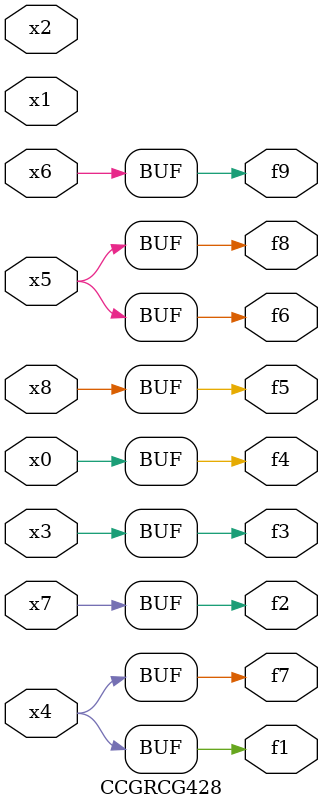
<source format=v>
module CCGRCG428(
	input x0, x1, x2, x3, x4, x5, x6, x7, x8,
	output f1, f2, f3, f4, f5, f6, f7, f8, f9
);
	assign f1 = x4;
	assign f2 = x7;
	assign f3 = x3;
	assign f4 = x0;
	assign f5 = x8;
	assign f6 = x5;
	assign f7 = x4;
	assign f8 = x5;
	assign f9 = x6;
endmodule

</source>
